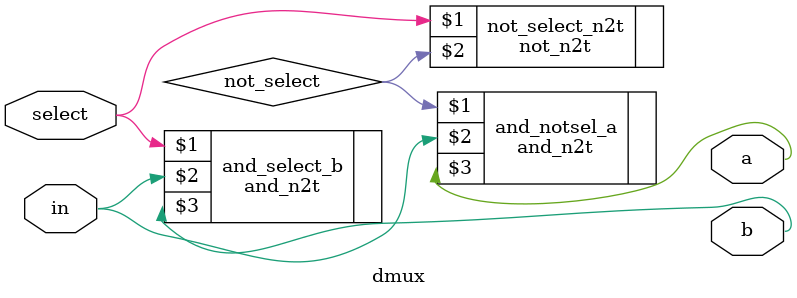
<source format=sv>
`ifndef and_n2t
  `include "and_n2t.sv"
`endif
`define dmux 1

module dmux(
  input  in,
  input  select,
  output a,
  output b
);

  and_n2t #(1) and_select_b(select, in, b);
  wire not_select;
  not_n2t not_select_n2t(select, not_select);
  and_n2t #(1) and_notsel_a(not_select, in, a);

endmodule

</source>
